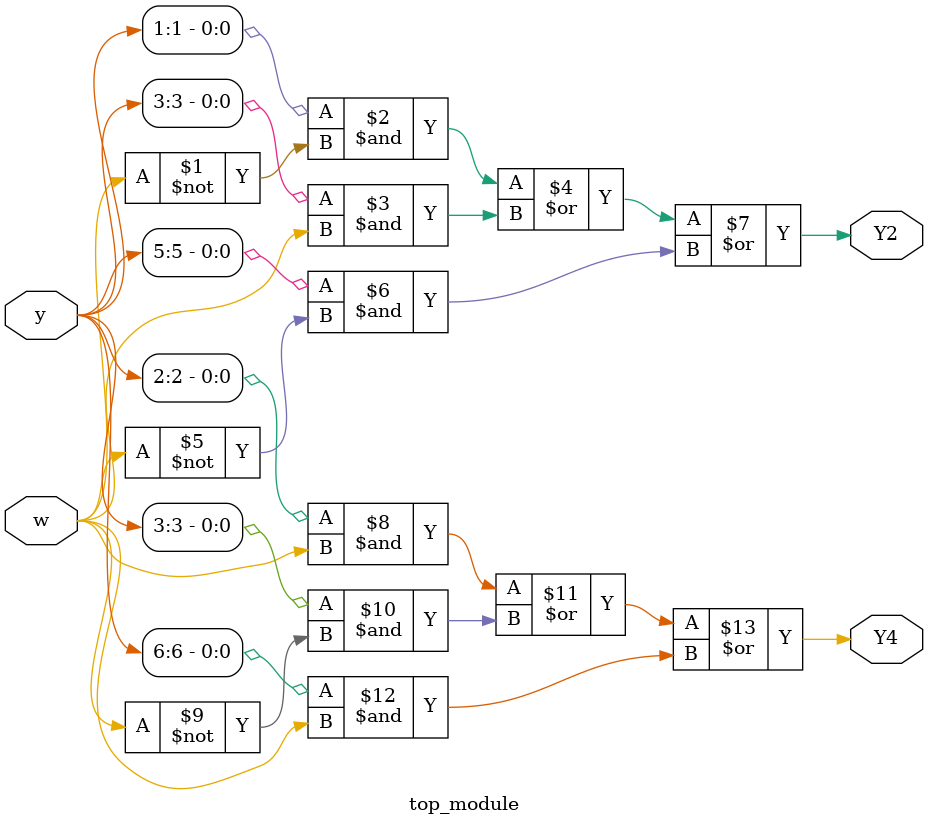
<source format=sv>
module top_module (
    input [6:1] y,
    input w,
    output Y2,
    output Y4
);

// Next-state logic for y[2]
assign Y2 = (y[1] & ~w) | (y[3] & w) | (y[5] & ~w);

// Next-state logic for y[4]
assign Y4 = (y[2] & w) | (y[3] & ~w) | (y[6] & w);

endmodule

</source>
